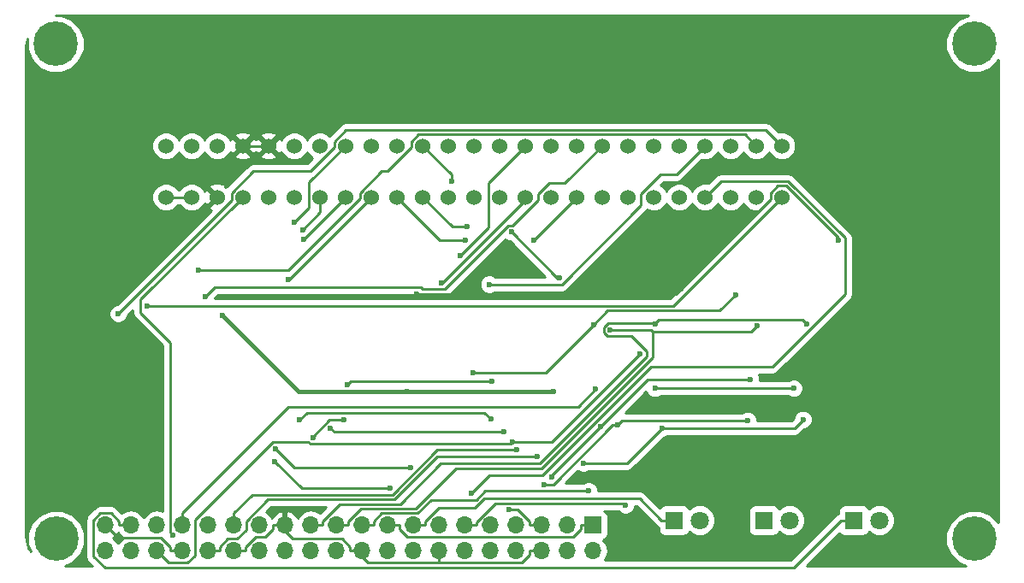
<source format=gbr>
G04 #@! TF.FileFunction,Copper,L1,Top,Signal*
%FSLAX46Y46*%
G04 Gerber Fmt 4.6, Leading zero omitted, Abs format (unit mm)*
G04 Created by KiCad (PCBNEW 4.0.7) date 01/24/19 01:50:34*
%MOMM*%
%LPD*%
G01*
G04 APERTURE LIST*
%ADD10C,0.100000*%
%ADD11C,4.400000*%
%ADD12R,1.700000X1.700000*%
%ADD13O,1.700000X1.700000*%
%ADD14R,1.800000X1.800000*%
%ADD15C,1.800000*%
%ADD16C,1.524000*%
%ADD17C,0.600000*%
%ADD18C,0.250000*%
%ADD19C,0.400000*%
%ADD20C,0.254000*%
G04 APERTURE END LIST*
D10*
D11*
X210058000Y-111034000D03*
X210058000Y-62037000D03*
X119136000Y-62037000D03*
X119192000Y-111034000D03*
D12*
X172298000Y-109703000D03*
D13*
X172298000Y-112243000D03*
X169758000Y-109703000D03*
X169758000Y-112243000D03*
X167218000Y-109703000D03*
X167218000Y-112243000D03*
X164678000Y-109703000D03*
X164678000Y-112243000D03*
X162138000Y-109703000D03*
X162138000Y-112243000D03*
X159598000Y-109703000D03*
X159598000Y-112243000D03*
X157058000Y-109703000D03*
X157058000Y-112243000D03*
X154518000Y-109703000D03*
X154518000Y-112243000D03*
X151978000Y-109703000D03*
X151978000Y-112243000D03*
X149438000Y-109703000D03*
X149438000Y-112243000D03*
X146898000Y-109703000D03*
X146898000Y-112243000D03*
X144358000Y-109703000D03*
X144358000Y-112243000D03*
X141818000Y-109703000D03*
X141818000Y-112243000D03*
X139278000Y-109703000D03*
X139278000Y-112243000D03*
X136738000Y-109703000D03*
X136738000Y-112243000D03*
X134198000Y-109703000D03*
X134198000Y-112243000D03*
X131658000Y-109703000D03*
X131658000Y-112243000D03*
X129118000Y-109703000D03*
X129118000Y-112243000D03*
X126578000Y-109703000D03*
X126578000Y-112243000D03*
X124038000Y-109703000D03*
X124038000Y-112243000D03*
D14*
X180340000Y-109220000D03*
D15*
X182880000Y-109220000D03*
D14*
X189230000Y-109220000D03*
D15*
X191770000Y-109220000D03*
D14*
X198120000Y-109220000D03*
D15*
X200660000Y-109220000D03*
D16*
X191008000Y-72136000D03*
X191008000Y-77216000D03*
X188468000Y-72136000D03*
X188468000Y-77216000D03*
X185928000Y-72136000D03*
X185928000Y-77216000D03*
X183388000Y-72136000D03*
X183388000Y-77216000D03*
X180848000Y-72136000D03*
X180848000Y-77216000D03*
X178308000Y-72136000D03*
X178308000Y-77216000D03*
X175768000Y-72136000D03*
X175768000Y-77216000D03*
X173228000Y-72136000D03*
X173228000Y-77216000D03*
X170688000Y-72136000D03*
X170688000Y-77216000D03*
X168148000Y-72136000D03*
X168148000Y-77216000D03*
X165608000Y-72136000D03*
X165608000Y-77216000D03*
X163068000Y-72136000D03*
X163068000Y-77216000D03*
X160528000Y-72136000D03*
X160528000Y-77216000D03*
X157988000Y-72136000D03*
X157988000Y-77216000D03*
X155448000Y-72136000D03*
X155448000Y-77216000D03*
X152908000Y-72136000D03*
X152908000Y-77216000D03*
X150368000Y-72136000D03*
X150368000Y-77216000D03*
X147828000Y-72136000D03*
X147828000Y-77216000D03*
X145288000Y-72136000D03*
X145288000Y-77216000D03*
X142748000Y-72136000D03*
X142748000Y-77216000D03*
X140208000Y-72136000D03*
X140208000Y-77216000D03*
X137668000Y-72136000D03*
X137668000Y-77216000D03*
X135128000Y-72136000D03*
X135128000Y-77216000D03*
X132588000Y-72136000D03*
X132588000Y-77216000D03*
X130048000Y-72136000D03*
X130048000Y-77216000D03*
D17*
X181041500Y-86283900D03*
X196593300Y-81500400D03*
X169503400Y-86803500D03*
X154818900Y-86803500D03*
X135606600Y-88972000D03*
X153928500Y-96438200D03*
X168421800Y-96438200D03*
X163995700Y-108152800D03*
X143292500Y-99261100D03*
X162199300Y-99213700D03*
X148029300Y-95776000D03*
X162293100Y-95447300D03*
X147703100Y-99261100D03*
X144584800Y-101033000D03*
X146340500Y-100124100D03*
X163470100Y-100481200D03*
X164731600Y-102252800D03*
X125327200Y-88772700D03*
X128213000Y-87992300D03*
X133247000Y-84459700D03*
X160317700Y-106539200D03*
X133983400Y-87054000D03*
X166417200Y-81486800D03*
X159215800Y-82980900D03*
X157291300Y-85717400D03*
X164217600Y-80661900D03*
X168984500Y-85219700D03*
X158293400Y-75599200D03*
X159844400Y-80156100D03*
X159686600Y-81484500D03*
X142180200Y-85373300D03*
X142770700Y-79725500D03*
X143644400Y-81399600D03*
X143558900Y-80458900D03*
X152227300Y-106046300D03*
X140838400Y-103412200D03*
X172389700Y-89822200D03*
X160442100Y-94596700D03*
X186453100Y-86862300D03*
X171897100Y-106296400D03*
X178491300Y-89817600D03*
X193441100Y-89743600D03*
X187881900Y-95249900D03*
X173022700Y-99929900D03*
X168221600Y-104946700D03*
X179150700Y-100091500D03*
X193106900Y-99229500D03*
X171385900Y-103578000D03*
X166820700Y-102897200D03*
X174023300Y-90362700D03*
X188547100Y-89990400D03*
X172573100Y-96252600D03*
X192179500Y-96147000D03*
X178450500Y-96147000D03*
X187632900Y-99309700D03*
X174714600Y-99799100D03*
X167452100Y-105671000D03*
X175537800Y-107692600D03*
X140857600Y-102107600D03*
X154250500Y-103971800D03*
X130712500Y-110698900D03*
X162031700Y-85845000D03*
X164315900Y-101477200D03*
X176967300Y-92767600D03*
D18*
X137668000Y-72136000D02*
X140208000Y-72136000D01*
X167218000Y-112243000D02*
X166042700Y-112243000D01*
X157058000Y-112243000D02*
X157058000Y-113418300D01*
X166042700Y-112610400D02*
X166042700Y-112243000D01*
X165234800Y-113418300D02*
X166042700Y-112610400D01*
X157058000Y-113418300D02*
X165234800Y-113418300D01*
X140642700Y-110070400D02*
X140642700Y-109703000D01*
X139834800Y-110878300D02*
X140642700Y-110070400D01*
X138910600Y-110878300D02*
X139834800Y-110878300D01*
X137913300Y-111875600D02*
X138910600Y-110878300D01*
X137913300Y-112243000D02*
X137913300Y-111875600D01*
X136738000Y-112243000D02*
X137913300Y-112243000D01*
X141818000Y-109703000D02*
X141230400Y-109703000D01*
X141230400Y-109703000D02*
X140642700Y-109703000D01*
X148262700Y-111875600D02*
X148262700Y-112243000D01*
X147454800Y-111067700D02*
X148262700Y-111875600D01*
X142595100Y-111067700D02*
X147454800Y-111067700D01*
X141230400Y-109703000D02*
X142595100Y-111067700D01*
X149438000Y-112243000D02*
X148850400Y-112243000D01*
X148850400Y-112243000D02*
X148262700Y-112243000D01*
X150025700Y-113418300D02*
X157058000Y-113418300D01*
X148850400Y-112243000D02*
X150025700Y-113418300D01*
X125308000Y-110973000D02*
X124038000Y-109703000D01*
X129558200Y-110973000D02*
X125308000Y-110973000D01*
X130482700Y-111897500D02*
X129558200Y-110973000D01*
X130482700Y-112243000D02*
X130482700Y-111897500D01*
X131658000Y-112243000D02*
X130482700Y-112243000D01*
X180521900Y-86803500D02*
X169503400Y-86803500D01*
X181041500Y-86283900D02*
X180521900Y-86803500D01*
X189897400Y-77428000D02*
X181041500Y-86283900D01*
X189897400Y-76788800D02*
X189897400Y-77428000D01*
X190596900Y-76089300D02*
X189897400Y-76788800D01*
X191453000Y-76089300D02*
X190596900Y-76089300D01*
X196593300Y-81229600D02*
X191453000Y-76089300D01*
X196593300Y-81500400D02*
X196593300Y-81229600D01*
X169503400Y-86803500D02*
X154818900Y-86803500D01*
D19*
X153865500Y-96501200D02*
X153928500Y-96438200D01*
X143135800Y-96501200D02*
X153865500Y-96501200D01*
X135606600Y-88972000D02*
X143135800Y-96501200D01*
X153928500Y-96438200D02*
X168421800Y-96438200D01*
D18*
X166042700Y-109335700D02*
X166042700Y-109703000D01*
X164859800Y-108152800D02*
X166042700Y-109335700D01*
X163995700Y-108152800D02*
X164859800Y-108152800D01*
X167218000Y-109703000D02*
X166042700Y-109703000D01*
X161540900Y-98555300D02*
X162199300Y-99213700D01*
X143998300Y-98555300D02*
X161540900Y-98555300D01*
X143292500Y-99261100D02*
X143998300Y-98555300D01*
X148358000Y-95447300D02*
X148029300Y-95776000D01*
X162293100Y-95447300D02*
X148358000Y-95447300D01*
X144584800Y-100919500D02*
X144584800Y-101033000D01*
X146243200Y-99261100D02*
X144584800Y-100919500D01*
X147703100Y-99261100D02*
X146243200Y-99261100D01*
X146697600Y-100481200D02*
X163470100Y-100481200D01*
X146340500Y-100124100D02*
X146697600Y-100481200D01*
X136738000Y-109703000D02*
X136738000Y-108527700D01*
X156905200Y-102252800D02*
X164731600Y-102252800D01*
X152486400Y-106671600D02*
X156905200Y-102252800D01*
X138594100Y-106671600D02*
X152486400Y-106671600D01*
X136738000Y-108527700D02*
X138594100Y-106671600D01*
X136557400Y-77542500D02*
X125327200Y-88772700D01*
X136557400Y-76788800D02*
X136557400Y-77542500D01*
X138700200Y-74646000D02*
X136557400Y-76788800D01*
X144343300Y-74646000D02*
X138700200Y-74646000D01*
X146717400Y-72271900D02*
X144343300Y-74646000D01*
X146717400Y-71708800D02*
X146717400Y-72271900D01*
X147867800Y-70558400D02*
X146717400Y-71708800D01*
X189430400Y-70558400D02*
X147867800Y-70558400D01*
X191008000Y-72136000D02*
X189430400Y-70558400D01*
X180231700Y-87992300D02*
X128213000Y-87992300D01*
X191008000Y-77216000D02*
X180231700Y-87992300D01*
X187345500Y-71013500D02*
X188468000Y-72136000D01*
X155032700Y-71013500D02*
X187345500Y-71013500D01*
X154337400Y-71708800D02*
X155032700Y-71013500D01*
X154337400Y-72288600D02*
X154337400Y-71708800D01*
X151980000Y-74646000D02*
X154337400Y-72288600D01*
X151400200Y-74646000D02*
X151980000Y-74646000D01*
X149257400Y-76788800D02*
X151400200Y-74646000D01*
X149257400Y-77324500D02*
X149257400Y-76788800D01*
X142122200Y-84459700D02*
X149257400Y-77324500D01*
X133247000Y-84459700D02*
X142122200Y-84459700D01*
X162098000Y-104758900D02*
X160317700Y-106539200D01*
X167309400Y-104758900D02*
X162098000Y-104758900D01*
X178055700Y-94012600D02*
X167309400Y-104758900D01*
X190088400Y-94012600D02*
X178055700Y-94012600D01*
X197247800Y-86853200D02*
X190088400Y-94012600D01*
X197247800Y-81247200D02*
X197247800Y-86853200D01*
X191639500Y-75638900D02*
X197247800Y-81247200D01*
X184965100Y-75638900D02*
X191639500Y-75638900D01*
X183388000Y-77216000D02*
X184965100Y-75638900D01*
X134861900Y-86175500D02*
X133983400Y-87054000D01*
X155308800Y-86175500D02*
X134861900Y-86175500D01*
X155476000Y-86342700D02*
X155308800Y-86175500D01*
X157652500Y-86342700D02*
X155476000Y-86342700D01*
X163958600Y-80036600D02*
X157652500Y-86342700D01*
X164326800Y-80036600D02*
X163958600Y-80036600D01*
X166869100Y-77494300D02*
X164326800Y-80036600D01*
X166869100Y-76945200D02*
X166869100Y-77494300D01*
X167972900Y-75841400D02*
X166869100Y-76945200D01*
X169522600Y-75841400D02*
X167972900Y-75841400D01*
X173228000Y-72136000D02*
X169522600Y-75841400D01*
X170688000Y-77216000D02*
X166417200Y-81486800D01*
X161970200Y-80226500D02*
X159215800Y-82980900D01*
X161970200Y-75773800D02*
X161970200Y-80226500D01*
X165608000Y-72136000D02*
X161970200Y-75773800D01*
X157378700Y-85717400D02*
X157291300Y-85717400D01*
X165608000Y-77488100D02*
X157378700Y-85717400D01*
X165608000Y-77216000D02*
X165608000Y-77488100D01*
X168775400Y-85219700D02*
X168984500Y-85219700D01*
X164217600Y-80661900D02*
X168775400Y-85219700D01*
X158293400Y-74981400D02*
X158293400Y-75599200D01*
X155448000Y-72136000D02*
X158293400Y-74981400D01*
X158388100Y-80156100D02*
X159844400Y-80156100D01*
X155448000Y-77216000D02*
X158388100Y-80156100D01*
X157176500Y-81484500D02*
X159686600Y-81484500D01*
X152908000Y-77216000D02*
X157176500Y-81484500D01*
X142210700Y-85373300D02*
X142180200Y-85373300D01*
X150368000Y-77216000D02*
X142210700Y-85373300D01*
X144200600Y-78295600D02*
X142770700Y-79725500D01*
X144200600Y-75763400D02*
X144200600Y-78295600D01*
X147828000Y-72136000D02*
X144200600Y-75763400D01*
X147828000Y-77216000D02*
X143644400Y-81399600D01*
X145288000Y-78729800D02*
X143558900Y-80458900D01*
X145288000Y-77216000D02*
X145288000Y-78729800D01*
X130048000Y-77216000D02*
X132588000Y-77216000D01*
X143472500Y-106046300D02*
X140838400Y-103412200D01*
X152227300Y-106046300D02*
X143472500Y-106046300D01*
X153153300Y-110070400D02*
X153153300Y-109703000D01*
X153961200Y-110878300D02*
X153153300Y-110070400D01*
X170314700Y-110878300D02*
X153961200Y-110878300D01*
X171122700Y-110070300D02*
X170314700Y-110878300D01*
X171122700Y-109703000D02*
X171122700Y-110070300D01*
X172298000Y-109703000D02*
X171122700Y-109703000D01*
X151978000Y-109703000D02*
X153153300Y-109703000D01*
X167615200Y-94596700D02*
X160442100Y-94596700D01*
X172389700Y-89822200D02*
X167615200Y-94596700D01*
X173767300Y-88444600D02*
X172389700Y-89822200D01*
X184870800Y-88444600D02*
X173767300Y-88444600D01*
X186453100Y-86862300D02*
X184870800Y-88444600D01*
X149438000Y-109703000D02*
X150613300Y-109703000D01*
X150613300Y-109335600D02*
X150613300Y-109703000D01*
X151421200Y-108527700D02*
X150613300Y-109335600D01*
X154950300Y-108527700D02*
X151421200Y-108527700D01*
X156296800Y-107181200D02*
X154950300Y-108527700D01*
X160776100Y-107181200D02*
X156296800Y-107181200D01*
X161660900Y-106296400D02*
X160776100Y-107181200D01*
X171897100Y-106296400D02*
X161660900Y-106296400D01*
X144358000Y-109703000D02*
X145533300Y-109703000D01*
X178491300Y-89817600D02*
X178491300Y-89695600D01*
X145533300Y-109335600D02*
X145533300Y-109703000D01*
X147261900Y-107607000D02*
X145533300Y-109335600D01*
X153232500Y-107607000D02*
X147261900Y-107607000D01*
X157256500Y-103583000D02*
X153232500Y-107607000D01*
X167049000Y-103583000D02*
X157256500Y-103583000D01*
X177602200Y-93029800D02*
X167049000Y-103583000D01*
X177602200Y-92457200D02*
X177602200Y-93029800D01*
X176133000Y-90988000D02*
X177602200Y-92457200D01*
X173717400Y-90988000D02*
X176133000Y-90988000D01*
X173371300Y-90641900D02*
X173717400Y-90988000D01*
X173371300Y-90116900D02*
X173371300Y-90641900D01*
X173792600Y-89695600D02*
X173371300Y-90116900D01*
X178491300Y-89695600D02*
X173792600Y-89695600D01*
X178827000Y-89359900D02*
X178491300Y-89695600D01*
X193057400Y-89359900D02*
X178827000Y-89359900D01*
X193441100Y-89743600D02*
X193057400Y-89359900D01*
X177702700Y-95249900D02*
X173022700Y-99929900D01*
X187881900Y-95249900D02*
X177702700Y-95249900D01*
X168221600Y-104731000D02*
X168221600Y-104946700D01*
X173022700Y-99929900D02*
X168221600Y-104731000D01*
X134198000Y-112243000D02*
X135373300Y-112243000D01*
X192244900Y-100091500D02*
X193106900Y-99229500D01*
X179150700Y-100091500D02*
X192244900Y-100091500D01*
X175664200Y-103578000D02*
X171385900Y-103578000D01*
X179150700Y-100091500D02*
X175664200Y-103578000D01*
X156897700Y-102897200D02*
X166820700Y-102897200D01*
X152638200Y-107156700D02*
X156897700Y-102897200D01*
X140157900Y-107156700D02*
X152638200Y-107156700D01*
X137974600Y-109340000D02*
X140157900Y-107156700D01*
X137974600Y-110150600D02*
X137974600Y-109340000D01*
X137057500Y-111067700D02*
X137974600Y-110150600D01*
X136181200Y-111067700D02*
X137057500Y-111067700D01*
X135373300Y-111875600D02*
X136181200Y-111067700D01*
X135373300Y-112243000D02*
X135373300Y-111875600D01*
X146898000Y-109703000D02*
X148073300Y-109703000D01*
X188005400Y-90532100D02*
X178222900Y-90532100D01*
X188547100Y-89990400D02*
X188005400Y-90532100D01*
X178222900Y-93049300D02*
X178222900Y-90532100D01*
X167184400Y-104087800D02*
X178222900Y-93049300D01*
X158753300Y-104087800D02*
X167184400Y-104087800D01*
X154783700Y-108057400D02*
X158753300Y-104087800D01*
X149351600Y-108057400D02*
X154783700Y-108057400D01*
X148073300Y-109335700D02*
X149351600Y-108057400D01*
X148073300Y-109703000D02*
X148073300Y-109335700D01*
X178053500Y-90362700D02*
X174023300Y-90362700D01*
X178222900Y-90532100D02*
X178053500Y-90362700D01*
X131658000Y-109703000D02*
X131658000Y-108527700D01*
X192179500Y-96147000D02*
X178450500Y-96147000D01*
X142179700Y-98006000D02*
X131658000Y-108527700D01*
X142179700Y-98005900D02*
X142179700Y-98006000D01*
X170819800Y-98005900D02*
X142179700Y-98005900D01*
X172573100Y-96252600D02*
X170819800Y-98005900D01*
X175204000Y-99309700D02*
X187632900Y-99309700D01*
X174714600Y-99799100D02*
X175204000Y-99309700D01*
X174253600Y-99799100D02*
X174714600Y-99799100D01*
X168381700Y-105671000D02*
X174253600Y-99799100D01*
X167452100Y-105671000D02*
X168381700Y-105671000D01*
X159598000Y-109703000D02*
X160773300Y-109703000D01*
X160773300Y-109405400D02*
X160773300Y-109703000D01*
X162652700Y-107526000D02*
X160773300Y-109405400D01*
X175371200Y-107526000D02*
X162652700Y-107526000D01*
X175537800Y-107692600D02*
X175371200Y-107526000D01*
X142721800Y-103971800D02*
X154250500Y-103971800D01*
X140857600Y-102107600D02*
X142721800Y-103971800D01*
X127549200Y-87334800D02*
X137668000Y-77216000D01*
X127549200Y-88688600D02*
X127549200Y-87334800D01*
X130482500Y-91621900D02*
X127549200Y-88688600D01*
X130482500Y-110468900D02*
X130482500Y-91621900D01*
X130712500Y-110698900D02*
X130482500Y-110468900D01*
X180595400Y-74928600D02*
X183388000Y-72136000D01*
X179024200Y-74928600D02*
X180595400Y-74928600D01*
X177038000Y-76914800D02*
X179024200Y-74928600D01*
X177038000Y-78050600D02*
X177038000Y-76914800D01*
X169243600Y-85845000D02*
X177038000Y-78050600D01*
X162031700Y-85845000D02*
X169243600Y-85845000D01*
X168257700Y-101477200D02*
X176967300Y-92767600D01*
X164315900Y-101477200D02*
X168257700Y-101477200D01*
X164134800Y-101658300D02*
X164315900Y-101477200D01*
X144325800Y-101658300D02*
X164134800Y-101658300D01*
X144144700Y-101477200D02*
X144325800Y-101658300D01*
X140596000Y-101477200D02*
X144144700Y-101477200D01*
X132928000Y-109145200D02*
X140596000Y-101477200D01*
X132928000Y-112700500D02*
X132928000Y-109145200D01*
X132200700Y-113427800D02*
X132928000Y-112700500D01*
X130302800Y-113427800D02*
X132200700Y-113427800D01*
X129118000Y-112243000D02*
X130302800Y-113427800D01*
X125402700Y-109335600D02*
X125402700Y-109703000D01*
X124594800Y-108527700D02*
X125402700Y-109335600D01*
X123528100Y-108527700D02*
X124594800Y-108527700D01*
X122839400Y-109216400D02*
X123528100Y-108527700D01*
X122839400Y-112772500D02*
X122839400Y-109216400D01*
X124000200Y-113933300D02*
X122839400Y-112772500D01*
X192181400Y-113933300D02*
X124000200Y-113933300D01*
X196894700Y-109220000D02*
X192181400Y-113933300D01*
X198120000Y-109220000D02*
X196894700Y-109220000D01*
X126578000Y-109703000D02*
X125402700Y-109703000D01*
X180340000Y-109220000D02*
X179114700Y-109220000D01*
X154518000Y-109703000D02*
X155693300Y-109703000D01*
X155693300Y-109335600D02*
X155693300Y-109703000D01*
X157056000Y-107972900D02*
X155693300Y-109335600D01*
X160621300Y-107972900D02*
X157056000Y-107972900D01*
X161532900Y-107061300D02*
X160621300Y-107972900D01*
X176956000Y-107061300D02*
X161532900Y-107061300D01*
X179114700Y-109220000D02*
X176956000Y-107061300D01*
D20*
G36*
X209426179Y-59203658D02*
X209470596Y-59212236D01*
X208454199Y-59632202D01*
X207656005Y-60429005D01*
X207223493Y-61470610D01*
X207222509Y-62598442D01*
X207653202Y-63640801D01*
X208450005Y-64438995D01*
X209491610Y-64871507D01*
X210619442Y-64872491D01*
X211661801Y-64441798D01*
X212449666Y-63655306D01*
X212459205Y-109426600D01*
X211665995Y-108632005D01*
X210624390Y-108199493D01*
X209496558Y-108198509D01*
X208454199Y-108629202D01*
X207656005Y-109426005D01*
X207223493Y-110467610D01*
X207222509Y-111595442D01*
X207653202Y-112637801D01*
X208450005Y-113435995D01*
X209218519Y-113755110D01*
X193433949Y-113755553D01*
X196701937Y-110487565D01*
X196755910Y-110571441D01*
X196968110Y-110716431D01*
X197220000Y-110767440D01*
X199020000Y-110767440D01*
X199255317Y-110723162D01*
X199471441Y-110584090D01*
X199616431Y-110371890D01*
X199620567Y-110351466D01*
X199789357Y-110520551D01*
X200353330Y-110754733D01*
X200963991Y-110755265D01*
X201528371Y-110522068D01*
X201960551Y-110090643D01*
X202194733Y-109526670D01*
X202195265Y-108916009D01*
X201962068Y-108351629D01*
X201530643Y-107919449D01*
X200966670Y-107685267D01*
X200356009Y-107684735D01*
X199791629Y-107917932D01*
X199623387Y-108085880D01*
X199623162Y-108084683D01*
X199484090Y-107868559D01*
X199271890Y-107723569D01*
X199020000Y-107672560D01*
X197220000Y-107672560D01*
X196984683Y-107716838D01*
X196768559Y-107855910D01*
X196623569Y-108068110D01*
X196572560Y-108320000D01*
X196572560Y-108538767D01*
X196357299Y-108682599D01*
X191866598Y-113173300D01*
X173447510Y-113173300D01*
X173669961Y-112840378D01*
X173783000Y-112272093D01*
X173783000Y-112213907D01*
X173669961Y-111645622D01*
X173348054Y-111163853D01*
X173346821Y-111163029D01*
X173383317Y-111156162D01*
X173599441Y-111017090D01*
X173744431Y-110804890D01*
X173795440Y-110553000D01*
X173795440Y-108853000D01*
X173751162Y-108617683D01*
X173612090Y-108401559D01*
X173442964Y-108286000D01*
X174809028Y-108286000D01*
X175007473Y-108484792D01*
X175351001Y-108627438D01*
X175722967Y-108627762D01*
X176066743Y-108485717D01*
X176329992Y-108222927D01*
X176472638Y-107879399D01*
X176472689Y-107821300D01*
X176641198Y-107821300D01*
X178577299Y-109757401D01*
X178792560Y-109901233D01*
X178792560Y-110120000D01*
X178836838Y-110355317D01*
X178975910Y-110571441D01*
X179188110Y-110716431D01*
X179440000Y-110767440D01*
X181240000Y-110767440D01*
X181475317Y-110723162D01*
X181691441Y-110584090D01*
X181836431Y-110371890D01*
X181840567Y-110351466D01*
X182009357Y-110520551D01*
X182573330Y-110754733D01*
X183183991Y-110755265D01*
X183748371Y-110522068D01*
X184180551Y-110090643D01*
X184414733Y-109526670D01*
X184415265Y-108916009D01*
X184182068Y-108351629D01*
X184150495Y-108320000D01*
X187682560Y-108320000D01*
X187682560Y-110120000D01*
X187726838Y-110355317D01*
X187865910Y-110571441D01*
X188078110Y-110716431D01*
X188330000Y-110767440D01*
X190130000Y-110767440D01*
X190365317Y-110723162D01*
X190581441Y-110584090D01*
X190726431Y-110371890D01*
X190730567Y-110351466D01*
X190899357Y-110520551D01*
X191463330Y-110754733D01*
X192073991Y-110755265D01*
X192638371Y-110522068D01*
X193070551Y-110090643D01*
X193304733Y-109526670D01*
X193305265Y-108916009D01*
X193072068Y-108351629D01*
X192640643Y-107919449D01*
X192076670Y-107685267D01*
X191466009Y-107684735D01*
X190901629Y-107917932D01*
X190733387Y-108085880D01*
X190733162Y-108084683D01*
X190594090Y-107868559D01*
X190381890Y-107723569D01*
X190130000Y-107672560D01*
X188330000Y-107672560D01*
X188094683Y-107716838D01*
X187878559Y-107855910D01*
X187733569Y-108068110D01*
X187682560Y-108320000D01*
X184150495Y-108320000D01*
X183750643Y-107919449D01*
X183186670Y-107685267D01*
X182576009Y-107684735D01*
X182011629Y-107917932D01*
X181843387Y-108085880D01*
X181843162Y-108084683D01*
X181704090Y-107868559D01*
X181491890Y-107723569D01*
X181240000Y-107672560D01*
X179440000Y-107672560D01*
X179204683Y-107716838D01*
X178988559Y-107855910D01*
X178922335Y-107952833D01*
X177493401Y-106523899D01*
X177246839Y-106359152D01*
X176956000Y-106301300D01*
X172832096Y-106301300D01*
X172832262Y-106111233D01*
X172690217Y-105767457D01*
X172427427Y-105504208D01*
X172083899Y-105361562D01*
X171711933Y-105361238D01*
X171368157Y-105503283D01*
X171334982Y-105536400D01*
X169591102Y-105536400D01*
X170806484Y-104321018D01*
X170855573Y-104370192D01*
X171199101Y-104512838D01*
X171571067Y-104513162D01*
X171914843Y-104371117D01*
X171948018Y-104338000D01*
X175664200Y-104338000D01*
X175955039Y-104280148D01*
X176201601Y-104115401D01*
X179290380Y-101026622D01*
X179335867Y-101026662D01*
X179679643Y-100884617D01*
X179712818Y-100851500D01*
X192244900Y-100851500D01*
X192535739Y-100793648D01*
X192782301Y-100628901D01*
X193246580Y-100164622D01*
X193292067Y-100164662D01*
X193635843Y-100022617D01*
X193899092Y-99759827D01*
X194041738Y-99416299D01*
X194042062Y-99044333D01*
X193900017Y-98700557D01*
X193637227Y-98437308D01*
X193293699Y-98294662D01*
X192921733Y-98294338D01*
X192577957Y-98436383D01*
X192314708Y-98699173D01*
X192172062Y-99042701D01*
X192172021Y-99089577D01*
X191930098Y-99331500D01*
X188567882Y-99331500D01*
X188568062Y-99124533D01*
X188426017Y-98780757D01*
X188163227Y-98517508D01*
X187819699Y-98374862D01*
X187447733Y-98374538D01*
X187103957Y-98516583D01*
X187070782Y-98549700D01*
X175477702Y-98549700D01*
X177567937Y-96459465D01*
X177657383Y-96675943D01*
X177920173Y-96939192D01*
X178263701Y-97081838D01*
X178635667Y-97082162D01*
X178979443Y-96940117D01*
X179012618Y-96907000D01*
X191617037Y-96907000D01*
X191649173Y-96939192D01*
X191992701Y-97081838D01*
X192364667Y-97082162D01*
X192708443Y-96940117D01*
X192971692Y-96677327D01*
X193114338Y-96333799D01*
X193114662Y-95961833D01*
X192972617Y-95618057D01*
X192709827Y-95354808D01*
X192366299Y-95212162D01*
X191994333Y-95211838D01*
X191650557Y-95353883D01*
X191617382Y-95387000D01*
X188816781Y-95387000D01*
X188817062Y-95064733D01*
X188696355Y-94772600D01*
X190088400Y-94772600D01*
X190379239Y-94714748D01*
X190625801Y-94550001D01*
X197785201Y-87390601D01*
X197949948Y-87144039D01*
X198007800Y-86853200D01*
X198007800Y-81247200D01*
X197949948Y-80956361D01*
X197785201Y-80709799D01*
X192176901Y-75101499D01*
X191930339Y-74936752D01*
X191639500Y-74878900D01*
X184965100Y-74878900D01*
X184674260Y-74936752D01*
X184427699Y-75101499D01*
X183697381Y-75831817D01*
X183667100Y-75819243D01*
X183111339Y-75818758D01*
X182597697Y-76030990D01*
X182204371Y-76423630D01*
X182118051Y-76631512D01*
X182033010Y-76425697D01*
X181640370Y-76032371D01*
X181127100Y-75819243D01*
X180571339Y-75818758D01*
X180057697Y-76030990D01*
X179664371Y-76423630D01*
X179578051Y-76631512D01*
X179493010Y-76425697D01*
X179100370Y-76032371D01*
X179026079Y-76001523D01*
X179339002Y-75688600D01*
X180595400Y-75688600D01*
X180886239Y-75630748D01*
X181132801Y-75466001D01*
X183078619Y-73520183D01*
X183108900Y-73532757D01*
X183664661Y-73533242D01*
X184178303Y-73321010D01*
X184571629Y-72928370D01*
X184657949Y-72720488D01*
X184742990Y-72926303D01*
X185135630Y-73319629D01*
X185648900Y-73532757D01*
X186204661Y-73533242D01*
X186718303Y-73321010D01*
X187111629Y-72928370D01*
X187197949Y-72720488D01*
X187282990Y-72926303D01*
X187675630Y-73319629D01*
X188188900Y-73532757D01*
X188744661Y-73533242D01*
X189258303Y-73321010D01*
X189651629Y-72928370D01*
X189737949Y-72720488D01*
X189822990Y-72926303D01*
X190215630Y-73319629D01*
X190728900Y-73532757D01*
X191284661Y-73533242D01*
X191798303Y-73321010D01*
X192191629Y-72928370D01*
X192404757Y-72415100D01*
X192405242Y-71859339D01*
X192193010Y-71345697D01*
X191800370Y-70952371D01*
X191287100Y-70739243D01*
X190731339Y-70738758D01*
X190698945Y-70752143D01*
X189967801Y-70020999D01*
X189721239Y-69856252D01*
X189430400Y-69798400D01*
X147867800Y-69798400D01*
X147576960Y-69856252D01*
X147330399Y-70020999D01*
X146239559Y-71111839D01*
X146080370Y-70952371D01*
X145567100Y-70739243D01*
X145011339Y-70738758D01*
X144497697Y-70950990D01*
X144104371Y-71343630D01*
X144018051Y-71551512D01*
X143933010Y-71345697D01*
X143540370Y-70952371D01*
X143027100Y-70739243D01*
X142471339Y-70738758D01*
X141957697Y-70950990D01*
X141564371Y-71343630D01*
X141484605Y-71535727D01*
X141430397Y-71404857D01*
X141188213Y-71335392D01*
X140387605Y-72136000D01*
X141188213Y-72936608D01*
X141430397Y-72867143D01*
X141480509Y-72726682D01*
X141562990Y-72926303D01*
X141955630Y-73319629D01*
X142468900Y-73532757D01*
X143024661Y-73533242D01*
X143538303Y-73321010D01*
X143931629Y-72928370D01*
X144017949Y-72720488D01*
X144102990Y-72926303D01*
X144495630Y-73319629D01*
X144565752Y-73348746D01*
X144028498Y-73886000D01*
X138700200Y-73886000D01*
X138409361Y-73943852D01*
X138162799Y-74108599D01*
X136097121Y-76174277D01*
X136043618Y-76120774D01*
X135928607Y-76235785D01*
X135859143Y-75993603D01*
X135335698Y-75806856D01*
X134780632Y-75834638D01*
X134396857Y-75993603D01*
X134327392Y-76235787D01*
X135128000Y-77036395D01*
X135142143Y-77022253D01*
X135321748Y-77201858D01*
X135307605Y-77216000D01*
X135321748Y-77230143D01*
X135142143Y-77409748D01*
X135128000Y-77395605D01*
X134327392Y-78196213D01*
X134396857Y-78438397D01*
X134536781Y-78488317D01*
X125187520Y-87837578D01*
X125142033Y-87837538D01*
X124798257Y-87979583D01*
X124535008Y-88242373D01*
X124392362Y-88585901D01*
X124392038Y-88957867D01*
X124534083Y-89301643D01*
X124796873Y-89564892D01*
X125140401Y-89707538D01*
X125512367Y-89707862D01*
X125856143Y-89565817D01*
X126119392Y-89303027D01*
X126262038Y-88959499D01*
X126262079Y-88912623D01*
X126789200Y-88385502D01*
X126789200Y-88688600D01*
X126847052Y-88979439D01*
X127011799Y-89226001D01*
X129722500Y-91936702D01*
X129722500Y-108326144D01*
X129686285Y-108301946D01*
X129118000Y-108188907D01*
X128549715Y-108301946D01*
X128067946Y-108623853D01*
X127848000Y-108953026D01*
X127628054Y-108623853D01*
X127146285Y-108301946D01*
X126578000Y-108188907D01*
X126009715Y-108301946D01*
X125670502Y-108528600D01*
X125132201Y-107990299D01*
X124885639Y-107825552D01*
X124594800Y-107767700D01*
X123528100Y-107767700D01*
X123237261Y-107825552D01*
X122990699Y-107990299D01*
X122301999Y-108678999D01*
X122137252Y-108925561D01*
X122079400Y-109216400D01*
X122079400Y-112772500D01*
X122137252Y-113063339D01*
X122301999Y-113309901D01*
X122749636Y-113757538D01*
X120024203Y-113757615D01*
X120795801Y-113438798D01*
X121593995Y-112641995D01*
X122026507Y-111600390D01*
X122027491Y-110472558D01*
X121596798Y-109430199D01*
X120799995Y-108632005D01*
X119758390Y-108199493D01*
X118630558Y-108198509D01*
X117588199Y-108629202D01*
X116790005Y-109426005D01*
X116357493Y-110467610D01*
X116356509Y-111595442D01*
X116647334Y-112299294D01*
X116415168Y-111956510D01*
X116173313Y-110779291D01*
X116169840Y-77492661D01*
X128650758Y-77492661D01*
X128862990Y-78006303D01*
X129255630Y-78399629D01*
X129768900Y-78612757D01*
X130324661Y-78613242D01*
X130838303Y-78401010D01*
X131231629Y-78008370D01*
X131245070Y-77976000D01*
X131390469Y-77976000D01*
X131402990Y-78006303D01*
X131795630Y-78399629D01*
X132308900Y-78612757D01*
X132864661Y-78613242D01*
X133378303Y-78401010D01*
X133771629Y-78008370D01*
X133851395Y-77816273D01*
X133905603Y-77947143D01*
X134147787Y-78016608D01*
X134948395Y-77216000D01*
X134147787Y-76415392D01*
X133905603Y-76484857D01*
X133855491Y-76625318D01*
X133773010Y-76425697D01*
X133380370Y-76032371D01*
X132867100Y-75819243D01*
X132311339Y-75818758D01*
X131797697Y-76030990D01*
X131404371Y-76423630D01*
X131390930Y-76456000D01*
X131245531Y-76456000D01*
X131233010Y-76425697D01*
X130840370Y-76032371D01*
X130327100Y-75819243D01*
X129771339Y-75818758D01*
X129257697Y-76030990D01*
X128864371Y-76423630D01*
X128651243Y-76936900D01*
X128650758Y-77492661D01*
X116169840Y-77492661D01*
X116169310Y-72412661D01*
X128650758Y-72412661D01*
X128862990Y-72926303D01*
X129255630Y-73319629D01*
X129768900Y-73532757D01*
X130324661Y-73533242D01*
X130838303Y-73321010D01*
X131231629Y-72928370D01*
X131317949Y-72720488D01*
X131402990Y-72926303D01*
X131795630Y-73319629D01*
X132308900Y-73532757D01*
X132864661Y-73533242D01*
X133378303Y-73321010D01*
X133771629Y-72928370D01*
X133857949Y-72720488D01*
X133942990Y-72926303D01*
X134335630Y-73319629D01*
X134848900Y-73532757D01*
X135404661Y-73533242D01*
X135918303Y-73321010D01*
X136123457Y-73116213D01*
X136867392Y-73116213D01*
X136936857Y-73358397D01*
X137460302Y-73545144D01*
X138015368Y-73517362D01*
X138399143Y-73358397D01*
X138468608Y-73116213D01*
X139407392Y-73116213D01*
X139476857Y-73358397D01*
X140000302Y-73545144D01*
X140555368Y-73517362D01*
X140939143Y-73358397D01*
X141008608Y-73116213D01*
X140208000Y-72315605D01*
X139407392Y-73116213D01*
X138468608Y-73116213D01*
X137668000Y-72315605D01*
X136867392Y-73116213D01*
X136123457Y-73116213D01*
X136311629Y-72928370D01*
X136391395Y-72736273D01*
X136445603Y-72867143D01*
X136687787Y-72936608D01*
X137488395Y-72136000D01*
X137847605Y-72136000D01*
X138648213Y-72936608D01*
X138890397Y-72867143D01*
X138934453Y-72743656D01*
X138985603Y-72867143D01*
X139227787Y-72936608D01*
X140028395Y-72136000D01*
X139227787Y-71335392D01*
X138985603Y-71404857D01*
X138941547Y-71528344D01*
X138890397Y-71404857D01*
X138648213Y-71335392D01*
X137847605Y-72136000D01*
X137488395Y-72136000D01*
X136687787Y-71335392D01*
X136445603Y-71404857D01*
X136395491Y-71545318D01*
X136313010Y-71345697D01*
X136123432Y-71155787D01*
X136867392Y-71155787D01*
X137668000Y-71956395D01*
X138468608Y-71155787D01*
X139407392Y-71155787D01*
X140208000Y-71956395D01*
X141008608Y-71155787D01*
X140939143Y-70913603D01*
X140415698Y-70726856D01*
X139860632Y-70754638D01*
X139476857Y-70913603D01*
X139407392Y-71155787D01*
X138468608Y-71155787D01*
X138399143Y-70913603D01*
X137875698Y-70726856D01*
X137320632Y-70754638D01*
X136936857Y-70913603D01*
X136867392Y-71155787D01*
X136123432Y-71155787D01*
X135920370Y-70952371D01*
X135407100Y-70739243D01*
X134851339Y-70738758D01*
X134337697Y-70950990D01*
X133944371Y-71343630D01*
X133858051Y-71551512D01*
X133773010Y-71345697D01*
X133380370Y-70952371D01*
X132867100Y-70739243D01*
X132311339Y-70738758D01*
X131797697Y-70950990D01*
X131404371Y-71343630D01*
X131318051Y-71551512D01*
X131233010Y-71345697D01*
X130840370Y-70952371D01*
X130327100Y-70739243D01*
X129771339Y-70738758D01*
X129257697Y-70950990D01*
X128864371Y-71343630D01*
X128651243Y-71856900D01*
X128650758Y-72412661D01*
X116169310Y-72412661D01*
X116168247Y-62238206D01*
X116301437Y-61535170D01*
X116300509Y-62598442D01*
X116731202Y-63640801D01*
X117528005Y-64438995D01*
X118569610Y-64871507D01*
X119697442Y-64872491D01*
X120739801Y-64441798D01*
X121537995Y-63644995D01*
X121970507Y-62603390D01*
X121971491Y-61475558D01*
X121540798Y-60433199D01*
X120743995Y-59635005D01*
X119702390Y-59202493D01*
X119144858Y-59202007D01*
X119149105Y-59201122D01*
X209426179Y-59203658D01*
X209426179Y-59203658D01*
G37*
X209426179Y-59203658D02*
X209470596Y-59212236D01*
X208454199Y-59632202D01*
X207656005Y-60429005D01*
X207223493Y-61470610D01*
X207222509Y-62598442D01*
X207653202Y-63640801D01*
X208450005Y-64438995D01*
X209491610Y-64871507D01*
X210619442Y-64872491D01*
X211661801Y-64441798D01*
X212449666Y-63655306D01*
X212459205Y-109426600D01*
X211665995Y-108632005D01*
X210624390Y-108199493D01*
X209496558Y-108198509D01*
X208454199Y-108629202D01*
X207656005Y-109426005D01*
X207223493Y-110467610D01*
X207222509Y-111595442D01*
X207653202Y-112637801D01*
X208450005Y-113435995D01*
X209218519Y-113755110D01*
X193433949Y-113755553D01*
X196701937Y-110487565D01*
X196755910Y-110571441D01*
X196968110Y-110716431D01*
X197220000Y-110767440D01*
X199020000Y-110767440D01*
X199255317Y-110723162D01*
X199471441Y-110584090D01*
X199616431Y-110371890D01*
X199620567Y-110351466D01*
X199789357Y-110520551D01*
X200353330Y-110754733D01*
X200963991Y-110755265D01*
X201528371Y-110522068D01*
X201960551Y-110090643D01*
X202194733Y-109526670D01*
X202195265Y-108916009D01*
X201962068Y-108351629D01*
X201530643Y-107919449D01*
X200966670Y-107685267D01*
X200356009Y-107684735D01*
X199791629Y-107917932D01*
X199623387Y-108085880D01*
X199623162Y-108084683D01*
X199484090Y-107868559D01*
X199271890Y-107723569D01*
X199020000Y-107672560D01*
X197220000Y-107672560D01*
X196984683Y-107716838D01*
X196768559Y-107855910D01*
X196623569Y-108068110D01*
X196572560Y-108320000D01*
X196572560Y-108538767D01*
X196357299Y-108682599D01*
X191866598Y-113173300D01*
X173447510Y-113173300D01*
X173669961Y-112840378D01*
X173783000Y-112272093D01*
X173783000Y-112213907D01*
X173669961Y-111645622D01*
X173348054Y-111163853D01*
X173346821Y-111163029D01*
X173383317Y-111156162D01*
X173599441Y-111017090D01*
X173744431Y-110804890D01*
X173795440Y-110553000D01*
X173795440Y-108853000D01*
X173751162Y-108617683D01*
X173612090Y-108401559D01*
X173442964Y-108286000D01*
X174809028Y-108286000D01*
X175007473Y-108484792D01*
X175351001Y-108627438D01*
X175722967Y-108627762D01*
X176066743Y-108485717D01*
X176329992Y-108222927D01*
X176472638Y-107879399D01*
X176472689Y-107821300D01*
X176641198Y-107821300D01*
X178577299Y-109757401D01*
X178792560Y-109901233D01*
X178792560Y-110120000D01*
X178836838Y-110355317D01*
X178975910Y-110571441D01*
X179188110Y-110716431D01*
X179440000Y-110767440D01*
X181240000Y-110767440D01*
X181475317Y-110723162D01*
X181691441Y-110584090D01*
X181836431Y-110371890D01*
X181840567Y-110351466D01*
X182009357Y-110520551D01*
X182573330Y-110754733D01*
X183183991Y-110755265D01*
X183748371Y-110522068D01*
X184180551Y-110090643D01*
X184414733Y-109526670D01*
X184415265Y-108916009D01*
X184182068Y-108351629D01*
X184150495Y-108320000D01*
X187682560Y-108320000D01*
X187682560Y-110120000D01*
X187726838Y-110355317D01*
X187865910Y-110571441D01*
X188078110Y-110716431D01*
X188330000Y-110767440D01*
X190130000Y-110767440D01*
X190365317Y-110723162D01*
X190581441Y-110584090D01*
X190726431Y-110371890D01*
X190730567Y-110351466D01*
X190899357Y-110520551D01*
X191463330Y-110754733D01*
X192073991Y-110755265D01*
X192638371Y-110522068D01*
X193070551Y-110090643D01*
X193304733Y-109526670D01*
X193305265Y-108916009D01*
X193072068Y-108351629D01*
X192640643Y-107919449D01*
X192076670Y-107685267D01*
X191466009Y-107684735D01*
X190901629Y-107917932D01*
X190733387Y-108085880D01*
X190733162Y-108084683D01*
X190594090Y-107868559D01*
X190381890Y-107723569D01*
X190130000Y-107672560D01*
X188330000Y-107672560D01*
X188094683Y-107716838D01*
X187878559Y-107855910D01*
X187733569Y-108068110D01*
X187682560Y-108320000D01*
X184150495Y-108320000D01*
X183750643Y-107919449D01*
X183186670Y-107685267D01*
X182576009Y-107684735D01*
X182011629Y-107917932D01*
X181843387Y-108085880D01*
X181843162Y-108084683D01*
X181704090Y-107868559D01*
X181491890Y-107723569D01*
X181240000Y-107672560D01*
X179440000Y-107672560D01*
X179204683Y-107716838D01*
X178988559Y-107855910D01*
X178922335Y-107952833D01*
X177493401Y-106523899D01*
X177246839Y-106359152D01*
X176956000Y-106301300D01*
X172832096Y-106301300D01*
X172832262Y-106111233D01*
X172690217Y-105767457D01*
X172427427Y-105504208D01*
X172083899Y-105361562D01*
X171711933Y-105361238D01*
X171368157Y-105503283D01*
X171334982Y-105536400D01*
X169591102Y-105536400D01*
X170806484Y-104321018D01*
X170855573Y-104370192D01*
X171199101Y-104512838D01*
X171571067Y-104513162D01*
X171914843Y-104371117D01*
X171948018Y-104338000D01*
X175664200Y-104338000D01*
X175955039Y-104280148D01*
X176201601Y-104115401D01*
X179290380Y-101026622D01*
X179335867Y-101026662D01*
X179679643Y-100884617D01*
X179712818Y-100851500D01*
X192244900Y-100851500D01*
X192535739Y-100793648D01*
X192782301Y-100628901D01*
X193246580Y-100164622D01*
X193292067Y-100164662D01*
X193635843Y-100022617D01*
X193899092Y-99759827D01*
X194041738Y-99416299D01*
X194042062Y-99044333D01*
X193900017Y-98700557D01*
X193637227Y-98437308D01*
X193293699Y-98294662D01*
X192921733Y-98294338D01*
X192577957Y-98436383D01*
X192314708Y-98699173D01*
X192172062Y-99042701D01*
X192172021Y-99089577D01*
X191930098Y-99331500D01*
X188567882Y-99331500D01*
X188568062Y-99124533D01*
X188426017Y-98780757D01*
X188163227Y-98517508D01*
X187819699Y-98374862D01*
X187447733Y-98374538D01*
X187103957Y-98516583D01*
X187070782Y-98549700D01*
X175477702Y-98549700D01*
X177567937Y-96459465D01*
X177657383Y-96675943D01*
X177920173Y-96939192D01*
X178263701Y-97081838D01*
X178635667Y-97082162D01*
X178979443Y-96940117D01*
X179012618Y-96907000D01*
X191617037Y-96907000D01*
X191649173Y-96939192D01*
X191992701Y-97081838D01*
X192364667Y-97082162D01*
X192708443Y-96940117D01*
X192971692Y-96677327D01*
X193114338Y-96333799D01*
X193114662Y-95961833D01*
X192972617Y-95618057D01*
X192709827Y-95354808D01*
X192366299Y-95212162D01*
X191994333Y-95211838D01*
X191650557Y-95353883D01*
X191617382Y-95387000D01*
X188816781Y-95387000D01*
X188817062Y-95064733D01*
X188696355Y-94772600D01*
X190088400Y-94772600D01*
X190379239Y-94714748D01*
X190625801Y-94550001D01*
X197785201Y-87390601D01*
X197949948Y-87144039D01*
X198007800Y-86853200D01*
X198007800Y-81247200D01*
X197949948Y-80956361D01*
X197785201Y-80709799D01*
X192176901Y-75101499D01*
X191930339Y-74936752D01*
X191639500Y-74878900D01*
X184965100Y-74878900D01*
X184674260Y-74936752D01*
X184427699Y-75101499D01*
X183697381Y-75831817D01*
X183667100Y-75819243D01*
X183111339Y-75818758D01*
X182597697Y-76030990D01*
X182204371Y-76423630D01*
X182118051Y-76631512D01*
X182033010Y-76425697D01*
X181640370Y-76032371D01*
X181127100Y-75819243D01*
X180571339Y-75818758D01*
X180057697Y-76030990D01*
X179664371Y-76423630D01*
X179578051Y-76631512D01*
X179493010Y-76425697D01*
X179100370Y-76032371D01*
X179026079Y-76001523D01*
X179339002Y-75688600D01*
X180595400Y-75688600D01*
X180886239Y-75630748D01*
X181132801Y-75466001D01*
X183078619Y-73520183D01*
X183108900Y-73532757D01*
X183664661Y-73533242D01*
X184178303Y-73321010D01*
X184571629Y-72928370D01*
X184657949Y-72720488D01*
X184742990Y-72926303D01*
X185135630Y-73319629D01*
X185648900Y-73532757D01*
X186204661Y-73533242D01*
X186718303Y-73321010D01*
X187111629Y-72928370D01*
X187197949Y-72720488D01*
X187282990Y-72926303D01*
X187675630Y-73319629D01*
X188188900Y-73532757D01*
X188744661Y-73533242D01*
X189258303Y-73321010D01*
X189651629Y-72928370D01*
X189737949Y-72720488D01*
X189822990Y-72926303D01*
X190215630Y-73319629D01*
X190728900Y-73532757D01*
X191284661Y-73533242D01*
X191798303Y-73321010D01*
X192191629Y-72928370D01*
X192404757Y-72415100D01*
X192405242Y-71859339D01*
X192193010Y-71345697D01*
X191800370Y-70952371D01*
X191287100Y-70739243D01*
X190731339Y-70738758D01*
X190698945Y-70752143D01*
X189967801Y-70020999D01*
X189721239Y-69856252D01*
X189430400Y-69798400D01*
X147867800Y-69798400D01*
X147576960Y-69856252D01*
X147330399Y-70020999D01*
X146239559Y-71111839D01*
X146080370Y-70952371D01*
X145567100Y-70739243D01*
X145011339Y-70738758D01*
X144497697Y-70950990D01*
X144104371Y-71343630D01*
X144018051Y-71551512D01*
X143933010Y-71345697D01*
X143540370Y-70952371D01*
X143027100Y-70739243D01*
X142471339Y-70738758D01*
X141957697Y-70950990D01*
X141564371Y-71343630D01*
X141484605Y-71535727D01*
X141430397Y-71404857D01*
X141188213Y-71335392D01*
X140387605Y-72136000D01*
X141188213Y-72936608D01*
X141430397Y-72867143D01*
X141480509Y-72726682D01*
X141562990Y-72926303D01*
X141955630Y-73319629D01*
X142468900Y-73532757D01*
X143024661Y-73533242D01*
X143538303Y-73321010D01*
X143931629Y-72928370D01*
X144017949Y-72720488D01*
X144102990Y-72926303D01*
X144495630Y-73319629D01*
X144565752Y-73348746D01*
X144028498Y-73886000D01*
X138700200Y-73886000D01*
X138409361Y-73943852D01*
X138162799Y-74108599D01*
X136097121Y-76174277D01*
X136043618Y-76120774D01*
X135928607Y-76235785D01*
X135859143Y-75993603D01*
X135335698Y-75806856D01*
X134780632Y-75834638D01*
X134396857Y-75993603D01*
X134327392Y-76235787D01*
X135128000Y-77036395D01*
X135142143Y-77022253D01*
X135321748Y-77201858D01*
X135307605Y-77216000D01*
X135321748Y-77230143D01*
X135142143Y-77409748D01*
X135128000Y-77395605D01*
X134327392Y-78196213D01*
X134396857Y-78438397D01*
X134536781Y-78488317D01*
X125187520Y-87837578D01*
X125142033Y-87837538D01*
X124798257Y-87979583D01*
X124535008Y-88242373D01*
X124392362Y-88585901D01*
X124392038Y-88957867D01*
X124534083Y-89301643D01*
X124796873Y-89564892D01*
X125140401Y-89707538D01*
X125512367Y-89707862D01*
X125856143Y-89565817D01*
X126119392Y-89303027D01*
X126262038Y-88959499D01*
X126262079Y-88912623D01*
X126789200Y-88385502D01*
X126789200Y-88688600D01*
X126847052Y-88979439D01*
X127011799Y-89226001D01*
X129722500Y-91936702D01*
X129722500Y-108326144D01*
X129686285Y-108301946D01*
X129118000Y-108188907D01*
X128549715Y-108301946D01*
X128067946Y-108623853D01*
X127848000Y-108953026D01*
X127628054Y-108623853D01*
X127146285Y-108301946D01*
X126578000Y-108188907D01*
X126009715Y-108301946D01*
X125670502Y-108528600D01*
X125132201Y-107990299D01*
X124885639Y-107825552D01*
X124594800Y-107767700D01*
X123528100Y-107767700D01*
X123237261Y-107825552D01*
X122990699Y-107990299D01*
X122301999Y-108678999D01*
X122137252Y-108925561D01*
X122079400Y-109216400D01*
X122079400Y-112772500D01*
X122137252Y-113063339D01*
X122301999Y-113309901D01*
X122749636Y-113757538D01*
X120024203Y-113757615D01*
X120795801Y-113438798D01*
X121593995Y-112641995D01*
X122026507Y-111600390D01*
X122027491Y-110472558D01*
X121596798Y-109430199D01*
X120799995Y-108632005D01*
X119758390Y-108199493D01*
X118630558Y-108198509D01*
X117588199Y-108629202D01*
X116790005Y-109426005D01*
X116357493Y-110467610D01*
X116356509Y-111595442D01*
X116647334Y-112299294D01*
X116415168Y-111956510D01*
X116173313Y-110779291D01*
X116169840Y-77492661D01*
X128650758Y-77492661D01*
X128862990Y-78006303D01*
X129255630Y-78399629D01*
X129768900Y-78612757D01*
X130324661Y-78613242D01*
X130838303Y-78401010D01*
X131231629Y-78008370D01*
X131245070Y-77976000D01*
X131390469Y-77976000D01*
X131402990Y-78006303D01*
X131795630Y-78399629D01*
X132308900Y-78612757D01*
X132864661Y-78613242D01*
X133378303Y-78401010D01*
X133771629Y-78008370D01*
X133851395Y-77816273D01*
X133905603Y-77947143D01*
X134147787Y-78016608D01*
X134948395Y-77216000D01*
X134147787Y-76415392D01*
X133905603Y-76484857D01*
X133855491Y-76625318D01*
X133773010Y-76425697D01*
X133380370Y-76032371D01*
X132867100Y-75819243D01*
X132311339Y-75818758D01*
X131797697Y-76030990D01*
X131404371Y-76423630D01*
X131390930Y-76456000D01*
X131245531Y-76456000D01*
X131233010Y-76425697D01*
X130840370Y-76032371D01*
X130327100Y-75819243D01*
X129771339Y-75818758D01*
X129257697Y-76030990D01*
X128864371Y-76423630D01*
X128651243Y-76936900D01*
X128650758Y-77492661D01*
X116169840Y-77492661D01*
X116169310Y-72412661D01*
X128650758Y-72412661D01*
X128862990Y-72926303D01*
X129255630Y-73319629D01*
X129768900Y-73532757D01*
X130324661Y-73533242D01*
X130838303Y-73321010D01*
X131231629Y-72928370D01*
X131317949Y-72720488D01*
X131402990Y-72926303D01*
X131795630Y-73319629D01*
X132308900Y-73532757D01*
X132864661Y-73533242D01*
X133378303Y-73321010D01*
X133771629Y-72928370D01*
X133857949Y-72720488D01*
X133942990Y-72926303D01*
X134335630Y-73319629D01*
X134848900Y-73532757D01*
X135404661Y-73533242D01*
X135918303Y-73321010D01*
X136123457Y-73116213D01*
X136867392Y-73116213D01*
X136936857Y-73358397D01*
X137460302Y-73545144D01*
X138015368Y-73517362D01*
X138399143Y-73358397D01*
X138468608Y-73116213D01*
X139407392Y-73116213D01*
X139476857Y-73358397D01*
X140000302Y-73545144D01*
X140555368Y-73517362D01*
X140939143Y-73358397D01*
X141008608Y-73116213D01*
X140208000Y-72315605D01*
X139407392Y-73116213D01*
X138468608Y-73116213D01*
X137668000Y-72315605D01*
X136867392Y-73116213D01*
X136123457Y-73116213D01*
X136311629Y-72928370D01*
X136391395Y-72736273D01*
X136445603Y-72867143D01*
X136687787Y-72936608D01*
X137488395Y-72136000D01*
X137847605Y-72136000D01*
X138648213Y-72936608D01*
X138890397Y-72867143D01*
X138934453Y-72743656D01*
X138985603Y-72867143D01*
X139227787Y-72936608D01*
X140028395Y-72136000D01*
X139227787Y-71335392D01*
X138985603Y-71404857D01*
X138941547Y-71528344D01*
X138890397Y-71404857D01*
X138648213Y-71335392D01*
X137847605Y-72136000D01*
X137488395Y-72136000D01*
X136687787Y-71335392D01*
X136445603Y-71404857D01*
X136395491Y-71545318D01*
X136313010Y-71345697D01*
X136123432Y-71155787D01*
X136867392Y-71155787D01*
X137668000Y-71956395D01*
X138468608Y-71155787D01*
X139407392Y-71155787D01*
X140208000Y-71956395D01*
X141008608Y-71155787D01*
X140939143Y-70913603D01*
X140415698Y-70726856D01*
X139860632Y-70754638D01*
X139476857Y-70913603D01*
X139407392Y-71155787D01*
X138468608Y-71155787D01*
X138399143Y-70913603D01*
X137875698Y-70726856D01*
X137320632Y-70754638D01*
X136936857Y-70913603D01*
X136867392Y-71155787D01*
X136123432Y-71155787D01*
X135920370Y-70952371D01*
X135407100Y-70739243D01*
X134851339Y-70738758D01*
X134337697Y-70950990D01*
X133944371Y-71343630D01*
X133858051Y-71551512D01*
X133773010Y-71345697D01*
X133380370Y-70952371D01*
X132867100Y-70739243D01*
X132311339Y-70738758D01*
X131797697Y-70950990D01*
X131404371Y-71343630D01*
X131318051Y-71551512D01*
X131233010Y-71345697D01*
X130840370Y-70952371D01*
X130327100Y-70739243D01*
X129771339Y-70738758D01*
X129257697Y-70950990D01*
X128864371Y-71343630D01*
X128651243Y-71856900D01*
X128650758Y-72412661D01*
X116169310Y-72412661D01*
X116168247Y-62238206D01*
X116301437Y-61535170D01*
X116300509Y-62598442D01*
X116731202Y-63640801D01*
X117528005Y-64438995D01*
X118569610Y-64871507D01*
X119697442Y-64872491D01*
X120739801Y-64441798D01*
X121537995Y-63644995D01*
X121970507Y-62603390D01*
X121971491Y-61475558D01*
X121540798Y-60433199D01*
X120743995Y-59635005D01*
X119702390Y-59202493D01*
X119144858Y-59202007D01*
X119149105Y-59201122D01*
X209426179Y-59203658D01*
G36*
X131785000Y-112116000D02*
X131805000Y-112116000D01*
X131805000Y-112370000D01*
X131785000Y-112370000D01*
X131785000Y-112390000D01*
X131531000Y-112390000D01*
X131531000Y-112370000D01*
X131511000Y-112370000D01*
X131511000Y-112116000D01*
X131531000Y-112116000D01*
X131531000Y-112096000D01*
X131785000Y-112096000D01*
X131785000Y-112116000D01*
X131785000Y-112116000D01*
G37*
X131785000Y-112116000D02*
X131805000Y-112116000D01*
X131805000Y-112370000D01*
X131785000Y-112370000D01*
X131785000Y-112390000D01*
X131531000Y-112390000D01*
X131531000Y-112370000D01*
X131511000Y-112370000D01*
X131511000Y-112116000D01*
X131531000Y-112116000D01*
X131531000Y-112096000D01*
X131785000Y-112096000D01*
X131785000Y-112116000D01*
G36*
X136865000Y-112116000D02*
X136885000Y-112116000D01*
X136885000Y-112370000D01*
X136865000Y-112370000D01*
X136865000Y-112390000D01*
X136611000Y-112390000D01*
X136611000Y-112370000D01*
X136591000Y-112370000D01*
X136591000Y-112116000D01*
X136611000Y-112116000D01*
X136611000Y-112096000D01*
X136865000Y-112096000D01*
X136865000Y-112116000D01*
X136865000Y-112116000D01*
G37*
X136865000Y-112116000D02*
X136885000Y-112116000D01*
X136885000Y-112370000D01*
X136865000Y-112370000D01*
X136865000Y-112390000D01*
X136611000Y-112390000D01*
X136611000Y-112370000D01*
X136591000Y-112370000D01*
X136591000Y-112116000D01*
X136611000Y-112116000D01*
X136611000Y-112096000D01*
X136865000Y-112096000D01*
X136865000Y-112116000D01*
G36*
X149565000Y-112116000D02*
X149585000Y-112116000D01*
X149585000Y-112370000D01*
X149565000Y-112370000D01*
X149565000Y-112390000D01*
X149311000Y-112390000D01*
X149311000Y-112370000D01*
X149291000Y-112370000D01*
X149291000Y-112116000D01*
X149311000Y-112116000D01*
X149311000Y-112096000D01*
X149565000Y-112096000D01*
X149565000Y-112116000D01*
X149565000Y-112116000D01*
G37*
X149565000Y-112116000D02*
X149585000Y-112116000D01*
X149585000Y-112370000D01*
X149565000Y-112370000D01*
X149565000Y-112390000D01*
X149311000Y-112390000D01*
X149311000Y-112370000D01*
X149291000Y-112370000D01*
X149291000Y-112116000D01*
X149311000Y-112116000D01*
X149311000Y-112096000D01*
X149565000Y-112096000D01*
X149565000Y-112116000D01*
G36*
X157185000Y-112116000D02*
X157205000Y-112116000D01*
X157205000Y-112370000D01*
X157185000Y-112370000D01*
X157185000Y-112390000D01*
X156931000Y-112390000D01*
X156931000Y-112370000D01*
X156911000Y-112370000D01*
X156911000Y-112116000D01*
X156931000Y-112116000D01*
X156931000Y-112096000D01*
X157185000Y-112096000D01*
X157185000Y-112116000D01*
X157185000Y-112116000D01*
G37*
X157185000Y-112116000D02*
X157205000Y-112116000D01*
X157205000Y-112370000D01*
X157185000Y-112370000D01*
X157185000Y-112390000D01*
X156931000Y-112390000D01*
X156931000Y-112370000D01*
X156911000Y-112370000D01*
X156911000Y-112116000D01*
X156931000Y-112116000D01*
X156931000Y-112096000D01*
X157185000Y-112096000D01*
X157185000Y-112116000D01*
G36*
X167345000Y-112116000D02*
X167365000Y-112116000D01*
X167365000Y-112370000D01*
X167345000Y-112370000D01*
X167345000Y-112390000D01*
X167091000Y-112390000D01*
X167091000Y-112370000D01*
X167071000Y-112370000D01*
X167071000Y-112116000D01*
X167091000Y-112116000D01*
X167091000Y-112096000D01*
X167345000Y-112096000D01*
X167345000Y-112116000D01*
X167345000Y-112116000D01*
G37*
X167345000Y-112116000D02*
X167365000Y-112116000D01*
X167365000Y-112370000D01*
X167345000Y-112370000D01*
X167345000Y-112390000D01*
X167091000Y-112390000D01*
X167091000Y-112370000D01*
X167071000Y-112370000D01*
X167071000Y-112116000D01*
X167091000Y-112116000D01*
X167091000Y-112096000D01*
X167345000Y-112096000D01*
X167345000Y-112116000D01*
G36*
X125301210Y-110442812D02*
X125527946Y-110782147D01*
X125813578Y-110973000D01*
X125527946Y-111163853D01*
X125308000Y-111493026D01*
X125088054Y-111163853D01*
X124804899Y-110974655D01*
X124804924Y-110974645D01*
X125233183Y-110584358D01*
X125299789Y-110442530D01*
X125301210Y-110442812D01*
X125301210Y-110442812D01*
G37*
X125301210Y-110442812D02*
X125527946Y-110782147D01*
X125813578Y-110973000D01*
X125527946Y-111163853D01*
X125308000Y-111493026D01*
X125088054Y-111163853D01*
X124804899Y-110974655D01*
X124804924Y-110974645D01*
X125233183Y-110584358D01*
X125299789Y-110442530D01*
X125301210Y-110442812D01*
G36*
X124165000Y-109576000D02*
X124185000Y-109576000D01*
X124185000Y-109830000D01*
X124165000Y-109830000D01*
X124165000Y-109850000D01*
X123911000Y-109850000D01*
X123911000Y-109830000D01*
X123891000Y-109830000D01*
X123891000Y-109576000D01*
X123911000Y-109576000D01*
X123911000Y-109556000D01*
X124165000Y-109556000D01*
X124165000Y-109576000D01*
X124165000Y-109576000D01*
G37*
X124165000Y-109576000D02*
X124185000Y-109576000D01*
X124185000Y-109830000D01*
X124165000Y-109830000D01*
X124165000Y-109850000D01*
X123911000Y-109850000D01*
X123911000Y-109830000D01*
X123891000Y-109830000D01*
X123891000Y-109576000D01*
X123911000Y-109576000D01*
X123911000Y-109556000D01*
X124165000Y-109556000D01*
X124165000Y-109576000D01*
G36*
X162265000Y-109576000D02*
X162285000Y-109576000D01*
X162285000Y-109830000D01*
X162265000Y-109830000D01*
X162265000Y-109850000D01*
X162011000Y-109850000D01*
X162011000Y-109830000D01*
X161991000Y-109830000D01*
X161991000Y-109576000D01*
X162011000Y-109576000D01*
X162011000Y-109556000D01*
X162265000Y-109556000D01*
X162265000Y-109576000D01*
X162265000Y-109576000D01*
G37*
X162265000Y-109576000D02*
X162285000Y-109576000D01*
X162285000Y-109830000D01*
X162265000Y-109830000D01*
X162265000Y-109850000D01*
X162011000Y-109850000D01*
X162011000Y-109830000D01*
X161991000Y-109830000D01*
X161991000Y-109576000D01*
X162011000Y-109576000D01*
X162011000Y-109556000D01*
X162265000Y-109556000D01*
X162265000Y-109576000D01*
G36*
X145265498Y-108528600D02*
X144926285Y-108301946D01*
X144358000Y-108188907D01*
X143789715Y-108301946D01*
X143307946Y-108623853D01*
X143080298Y-108964553D01*
X143013183Y-108821642D01*
X142584924Y-108431355D01*
X142174890Y-108261524D01*
X141945000Y-108382845D01*
X141945000Y-109576000D01*
X141965000Y-109576000D01*
X141965000Y-109830000D01*
X141945000Y-109830000D01*
X141945000Y-109850000D01*
X141691000Y-109850000D01*
X141691000Y-109830000D01*
X141671000Y-109830000D01*
X141671000Y-109576000D01*
X141691000Y-109576000D01*
X141691000Y-108382845D01*
X141461110Y-108261524D01*
X141051076Y-108431355D01*
X140622817Y-108821642D01*
X140555702Y-108964553D01*
X140328054Y-108623853D01*
X139990857Y-108398545D01*
X140472702Y-107916700D01*
X145877398Y-107916700D01*
X145265498Y-108528600D01*
X145265498Y-108528600D01*
G37*
X145265498Y-108528600D02*
X144926285Y-108301946D01*
X144358000Y-108188907D01*
X143789715Y-108301946D01*
X143307946Y-108623853D01*
X143080298Y-108964553D01*
X143013183Y-108821642D01*
X142584924Y-108431355D01*
X142174890Y-108261524D01*
X141945000Y-108382845D01*
X141945000Y-109576000D01*
X141965000Y-109576000D01*
X141965000Y-109830000D01*
X141945000Y-109830000D01*
X141945000Y-109850000D01*
X141691000Y-109850000D01*
X141691000Y-109830000D01*
X141671000Y-109830000D01*
X141671000Y-109576000D01*
X141691000Y-109576000D01*
X141691000Y-108382845D01*
X141461110Y-108261524D01*
X141051076Y-108431355D01*
X140622817Y-108821642D01*
X140555702Y-108964553D01*
X140328054Y-108623853D01*
X139990857Y-108398545D01*
X140472702Y-107916700D01*
X145877398Y-107916700D01*
X145265498Y-108528600D01*
G36*
X187282990Y-78006303D02*
X187675630Y-78399629D01*
X188188900Y-78612757D01*
X188536138Y-78613060D01*
X179916898Y-87232300D01*
X134918245Y-87232300D01*
X134918279Y-87193923D01*
X135176702Y-86935500D01*
X155021509Y-86935500D01*
X155185161Y-87044848D01*
X155476000Y-87102700D01*
X157652500Y-87102700D01*
X157943339Y-87044848D01*
X158189901Y-86880101D01*
X163651623Y-81418379D01*
X163687273Y-81454092D01*
X164030801Y-81596738D01*
X164077677Y-81596779D01*
X167565898Y-85085000D01*
X162594163Y-85085000D01*
X162562027Y-85052808D01*
X162218499Y-84910162D01*
X161846533Y-84909838D01*
X161502757Y-85051883D01*
X161239508Y-85314673D01*
X161096862Y-85658201D01*
X161096538Y-86030167D01*
X161238583Y-86373943D01*
X161501373Y-86637192D01*
X161844901Y-86779838D01*
X162216867Y-86780162D01*
X162560643Y-86638117D01*
X162593818Y-86605000D01*
X169243600Y-86605000D01*
X169534439Y-86547148D01*
X169781001Y-86382401D01*
X177575401Y-78588001D01*
X177660948Y-78459970D01*
X178028900Y-78612757D01*
X178584661Y-78613242D01*
X179098303Y-78401010D01*
X179491629Y-78008370D01*
X179577949Y-77800488D01*
X179662990Y-78006303D01*
X180055630Y-78399629D01*
X180568900Y-78612757D01*
X181124661Y-78613242D01*
X181638303Y-78401010D01*
X182031629Y-78008370D01*
X182117949Y-77800488D01*
X182202990Y-78006303D01*
X182595630Y-78399629D01*
X183108900Y-78612757D01*
X183664661Y-78613242D01*
X184178303Y-78401010D01*
X184571629Y-78008370D01*
X184657949Y-77800488D01*
X184742990Y-78006303D01*
X185135630Y-78399629D01*
X185648900Y-78612757D01*
X186204661Y-78613242D01*
X186718303Y-78401010D01*
X187111629Y-78008370D01*
X187197949Y-77800488D01*
X187282990Y-78006303D01*
X187282990Y-78006303D01*
G37*
X187282990Y-78006303D02*
X187675630Y-78399629D01*
X188188900Y-78612757D01*
X188536138Y-78613060D01*
X179916898Y-87232300D01*
X134918245Y-87232300D01*
X134918279Y-87193923D01*
X135176702Y-86935500D01*
X155021509Y-86935500D01*
X155185161Y-87044848D01*
X155476000Y-87102700D01*
X157652500Y-87102700D01*
X157943339Y-87044848D01*
X158189901Y-86880101D01*
X163651623Y-81418379D01*
X163687273Y-81454092D01*
X164030801Y-81596738D01*
X164077677Y-81596779D01*
X167565898Y-85085000D01*
X162594163Y-85085000D01*
X162562027Y-85052808D01*
X162218499Y-84910162D01*
X161846533Y-84909838D01*
X161502757Y-85051883D01*
X161239508Y-85314673D01*
X161096862Y-85658201D01*
X161096538Y-86030167D01*
X161238583Y-86373943D01*
X161501373Y-86637192D01*
X161844901Y-86779838D01*
X162216867Y-86780162D01*
X162560643Y-86638117D01*
X162593818Y-86605000D01*
X169243600Y-86605000D01*
X169534439Y-86547148D01*
X169781001Y-86382401D01*
X177575401Y-78588001D01*
X177660948Y-78459970D01*
X178028900Y-78612757D01*
X178584661Y-78613242D01*
X179098303Y-78401010D01*
X179491629Y-78008370D01*
X179577949Y-77800488D01*
X179662990Y-78006303D01*
X180055630Y-78399629D01*
X180568900Y-78612757D01*
X181124661Y-78613242D01*
X181638303Y-78401010D01*
X182031629Y-78008370D01*
X182117949Y-77800488D01*
X182202990Y-78006303D01*
X182595630Y-78399629D01*
X183108900Y-78612757D01*
X183664661Y-78613242D01*
X184178303Y-78401010D01*
X184571629Y-78008370D01*
X184657949Y-77800488D01*
X184742990Y-78006303D01*
X185135630Y-78399629D01*
X185648900Y-78612757D01*
X186204661Y-78613242D01*
X186718303Y-78401010D01*
X187111629Y-78008370D01*
X187197949Y-77800488D01*
X187282990Y-78006303D01*
M02*

</source>
